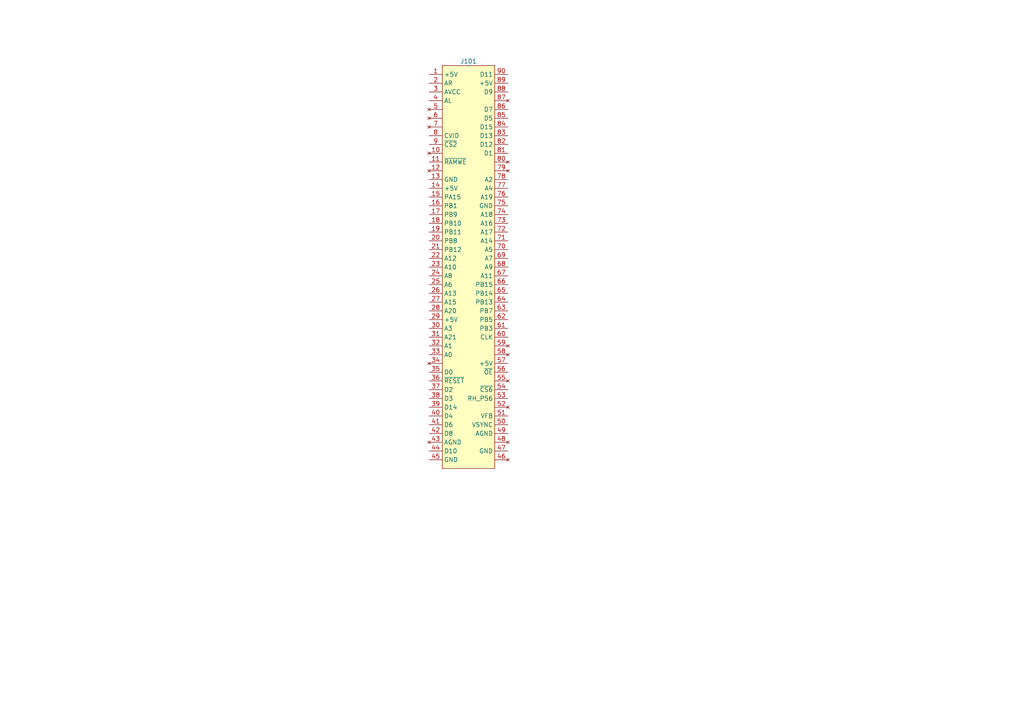
<source format=kicad_sch>
(kicad_sch (version 20230121) (generator eeschema)
  (paper "A4")
  (lib_symbols
    (symbol "LOOPY_Cart:LOOPY-Cart-Connector"
      (property "Reference" "J" (at 0 1.27 0))
      (symbol "LOOPY-Cart-Connector_1_1"
        (rectangle (start -7.62 0) (end 7.62 -116.84) (fill (type background)))
        (pin power_in line (at -11.43 -2.54 0) (length 3.81) (name "+5V") (number "1"))
        (pin no_connect line (at -11.43 -25.4 0) (length 3.81) (name "") (number "10"))
        (pin output line (at -11.43 -27.94 0) (length 3.81) (name "~{RAMWE}") (number "11"))
        (pin no_connect line (at -11.43 -30.48 0) (length 3.81) (name "") (number "12"))
        (pin power_in line (at -11.43 -33.02 0) (length 3.81) (name "GND") (number "13"))
        (pin power_in line (at -11.43 -35.56 0) (length 3.81) (name "+5V") (number "14"))
        (pin passive line (at -11.43 -38.1 0) (length 3.81) (name "PA15") (number "15"))
        (pin passive line (at -11.43 -40.64 0) (length 3.81) (name "PB1") (number "16"))
        (pin passive line (at -11.43 -43.18 0) (length 3.81) (name "PB9") (number "17"))
        (pin passive line (at -11.43 -45.72 0) (length 3.81) (name "PB10") (number "18"))
        (pin passive line (at -11.43 -48.26 0) (length 3.81) (name "PB11") (number "19"))
        (pin passive line (at -11.43 -5.08 0) (length 3.81) (name "AR") (number "2"))
        (pin passive line (at -11.43 -50.8 0) (length 3.81) (name "PB8") (number "20"))
        (pin passive line (at -11.43 -53.34 0) (length 3.81) (name "PB12") (number "21"))
        (pin bidirectional line (at -11.43 -55.88 0) (length 3.81) (name "A12") (number "22"))
        (pin bidirectional line (at -11.43 -58.42 0) (length 3.81) (name "A10") (number "23"))
        (pin bidirectional line (at -11.43 -60.96 0) (length 3.81) (name "A8") (number "24"))
        (pin bidirectional line (at -11.43 -63.5 0) (length 3.81) (name "A6") (number "25"))
        (pin bidirectional line (at -11.43 -66.04 0) (length 3.81) (name "A13") (number "26"))
        (pin bidirectional line (at -11.43 -68.58 0) (length 3.81) (name "A15") (number "27"))
        (pin bidirectional line (at -11.43 -71.12 0) (length 3.81) (name "A20") (number "28"))
        (pin power_out line (at -11.43 -73.66 0) (length 3.81) (name "+5V") (number "29"))
        (pin passive line (at -11.43 -7.62 0) (length 3.81) (name "AVCC") (number "3"))
        (pin bidirectional line (at -11.43 -76.2 0) (length 3.81) (name "A3") (number "30"))
        (pin bidirectional line (at -11.43 -78.74 0) (length 3.81) (name "A21") (number "31"))
        (pin bidirectional line (at -11.43 -81.28 0) (length 3.81) (name "A1") (number "32"))
        (pin bidirectional line (at -11.43 -83.82 0) (length 3.81) (name "A0") (number "33"))
        (pin no_connect line (at -11.43 -86.36 0) (length 3.81) (name "") (number "34"))
        (pin bidirectional line (at -11.43 -88.9 0) (length 3.81) (name "D0") (number "35"))
        (pin output line (at -11.43 -91.44 0) (length 3.81) (name "~{RESET}") (number "36"))
        (pin bidirectional line (at -11.43 -93.98 0) (length 3.81) (name "D2") (number "37"))
        (pin bidirectional line (at -11.43 -96.52 0) (length 3.81) (name "D3") (number "38"))
        (pin bidirectional line (at -11.43 -99.06 0) (length 3.81) (name "D14") (number "39"))
        (pin passive line (at -11.43 -10.16 0) (length 3.81) (name "AL") (number "4"))
        (pin bidirectional line (at -11.43 -101.6 0) (length 3.81) (name "D4") (number "40"))
        (pin bidirectional line (at -11.43 -104.14 0) (length 3.81) (name "D6") (number "41"))
        (pin bidirectional line (at -11.43 -106.68 0) (length 3.81) (name "D8") (number "42"))
        (pin no_connect line (at -11.43 -109.22 0) (length 3.81) (name "AGND") (number "43"))
        (pin bidirectional line (at -11.43 -111.76 0) (length 3.81) (name "D10") (number "44"))
        (pin power_in line (at -11.43 -114.3 0) (length 3.81) (name "GND") (number "45"))
        (pin no_connect line (at 11.43 -114.3 180) (length 3.81) (name "") (number "46"))
        (pin power_in line (at 11.43 -111.76 180) (length 3.81) (name "GND") (number "47"))
        (pin no_connect line (at 11.43 -109.22 180) (length 3.81) (name "") (number "48"))
        (pin passive line (at 11.43 -106.68 180) (length 3.81) (name "AGND") (number "49"))
        (pin no_connect line (at -11.43 -12.7 0) (length 3.81) (name "") (number "5"))
        (pin passive line (at 11.43 -104.14 180) (length 3.81) (name "VSYNC") (number "50"))
        (pin passive line (at 11.43 -101.6 180) (length 3.81) (name "VFB") (number "51"))
        (pin no_connect line (at 11.43 -99.06 180) (length 3.81) (name "") (number "52"))
        (pin passive line (at 11.43 -96.52 180) (length 3.81) (name "RH_P56") (number "53"))
        (pin output line (at 11.43 -93.98 180) (length 3.81) (name "~{CS6}") (number "54"))
        (pin no_connect line (at 11.43 -91.44 180) (length 3.81) (name "") (number "55"))
        (pin passive line (at 11.43 -88.9 180) (length 3.81) (name "~{OE}") (number "56"))
        (pin power_in line (at 11.43 -86.36 180) (length 3.81) (name "+5V") (number "57"))
        (pin no_connect line (at 11.43 -83.82 180) (length 3.81) (name "") (number "58"))
        (pin no_connect line (at 11.43 -81.28 180) (length 3.81) (name "") (number "59"))
        (pin no_connect line (at -11.43 -15.24 0) (length 3.81) (name "") (number "6"))
        (pin passive line (at 11.43 -78.74 180) (length 3.81) (name "CLK") (number "60"))
        (pin passive line (at 11.43 -76.2 180) (length 3.81) (name "PB3") (number "61"))
        (pin passive line (at 11.43 -73.66 180) (length 3.81) (name "PB5") (number "62"))
        (pin passive line (at 11.43 -71.12 180) (length 3.81) (name "PB7") (number "63"))
        (pin passive line (at 11.43 -68.58 180) (length 3.81) (name "PB13") (number "64"))
        (pin passive line (at 11.43 -66.04 180) (length 3.81) (name "PB14") (number "65"))
        (pin passive line (at 11.43 -63.5 180) (length 3.81) (name "PB15") (number "66"))
        (pin bidirectional line (at 11.43 -60.96 180) (length 3.81) (name "A11") (number "67"))
        (pin bidirectional line (at 11.43 -58.42 180) (length 3.81) (name "A9") (number "68"))
        (pin bidirectional line (at 11.43 -55.88 180) (length 3.81) (name "A7") (number "69"))
        (pin no_connect line (at -11.43 -17.78 0) (length 3.81) (name "") (number "7"))
        (pin bidirectional line (at 11.43 -53.34 180) (length 3.81) (name "A5") (number "70"))
        (pin bidirectional line (at 11.43 -50.8 180) (length 3.81) (name "A14") (number "71"))
        (pin bidirectional line (at 11.43 -48.26 180) (length 3.81) (name "A17") (number "72"))
        (pin bidirectional line (at 11.43 -45.72 180) (length 3.81) (name "A16") (number "73"))
        (pin bidirectional line (at 11.43 -43.18 180) (length 3.81) (name "A18") (number "74"))
        (pin power_in line (at 11.43 -40.64 180) (length 3.81) (name "GND") (number "75"))
        (pin bidirectional line (at 11.43 -38.1 180) (length 3.81) (name "A19") (number "76"))
        (pin bidirectional line (at 11.43 -35.56 180) (length 3.81) (name "A4") (number "77"))
        (pin bidirectional line (at 11.43 -33.02 180) (length 3.81) (name "A2") (number "78"))
        (pin no_connect line (at 11.43 -30.48 180) (length 3.81) (name "") (number "79"))
        (pin passive line (at -11.43 -20.32 0) (length 3.81) (name "CVID") (number "8"))
        (pin no_connect line (at 11.43 -27.94 180) (length 3.81) (name "") (number "80"))
        (pin bidirectional line (at 11.43 -25.4 180) (length 3.81) (name "D1") (number "81"))
        (pin bidirectional line (at 11.43 -22.86 180) (length 3.81) (name "D12") (number "82"))
        (pin bidirectional line (at 11.43 -20.32 180) (length 3.81) (name "D13") (number "83"))
        (pin bidirectional line (at 11.43 -17.78 180) (length 3.81) (name "D15") (number "84"))
        (pin bidirectional line (at 11.43 -15.24 180) (length 3.81) (name "D5") (number "85"))
        (pin bidirectional line (at 11.43 -12.7 180) (length 3.81) (name "D7") (number "86"))
        (pin no_connect line (at 11.43 -10.16 180) (length 3.81) (name "") (number "87"))
        (pin bidirectional line (at 11.43 -7.62 180) (length 3.81) (name "D9") (number "88"))
        (pin power_in line (at 11.43 -5.08 180) (length 3.81) (name "+5V") (number "89"))
        (pin output line (at -11.43 -22.86 0) (length 3.81) (name "~{CS2}") (number "9"))
        (pin bidirectional line (at 11.43 -2.54 180) (length 3.81) (name "D11") (number "90"))
      )
    )
  )
  (symbol (lib_id "LOOPY_Cart:LOOPY-Cart-Connector") (at 135.89 19.05 0) (unit 1)
    (property "Reference" "J101" (at 135.89 17.78 0))
    (property "Value" "~" (at 135.89 19.05 0))
    (property "Footprint" "LOOPY_Cart:LOOPY_EdgeConnector_Socket" (effects hide))
  )
)
</source>
